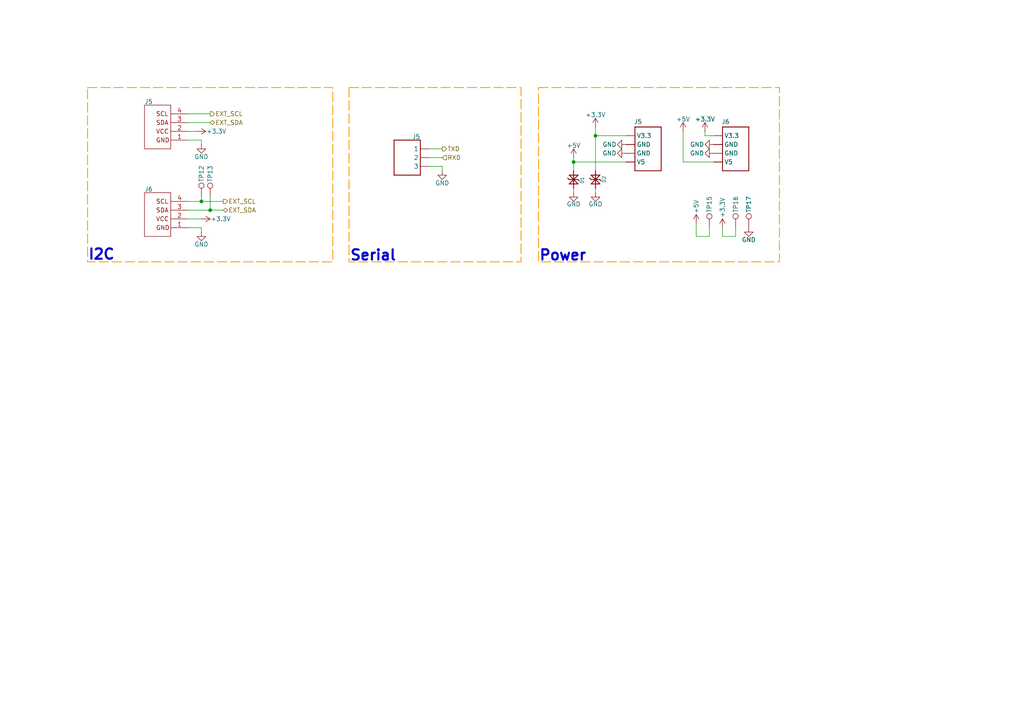
<source format=kicad_sch>
(kicad_sch (version 20250114) (generator "eeschema") (generator_version "9.0")
  (paper "A4")
  (title_block (title "Environment Module") (date "<<release-date>>") (rev "<<tag>>") (comment 1 "<<hash>>"))
  (lib_symbols
    (symbol "CRGM Connector:AQ_POWER"
      (property "Reference" "J" (at 0 2.794 0))
      (symbol "AQ_POWER_1_0"
        (polyline (pts (xy 0 2.54) (xy 7.62 2.54)) (stroke (width 0.254)))
        (polyline (pts (xy 0 -10.16) (xy 0 2.54)) (stroke (width 0.254)))
        (polyline (pts (xy 7.62 2.54) (xy 7.62 -10.16)) (stroke (width 0.254)))
        (polyline (pts (xy 7.62 -10.16) (xy 0 -10.16)) (stroke (width 0.254)))
        (pin passive line (at -2.54 0 0) (length 2.54) (name "V3.3") (number "4"))
        (pin passive line (at -2.54 -2.54 0) (length 2.54) (name "GND") (number "3"))
        (pin passive line (at -2.54 -5.08 0) (length 2.54) (name "GND") (number "2"))
        (pin passive line (at -2.54 -7.62 0) (length 2.54) (name "V5") (number "1"))
      )
    )
    (symbol "CRGM Connector:JST-SH-3"
      (property "Reference" "J" (at 0 2.794 0))
      (symbol "JST-SH-3_1_0"
        (polyline (pts (xy 0 2.54) (xy 7.62 2.54)) (stroke (width 0.254)))
        (polyline (pts (xy 0 -7.62) (xy 0 2.54)) (stroke (width 0.254)))
        (polyline (pts (xy 7.62 2.54) (xy 7.62 -7.62)) (stroke (width 0.254)))
        (polyline (pts (xy 7.62 -7.62) (xy 0 -7.62)) (stroke (width 0.254)))
        (pin passive line (at -2.54 0 0) (length 2.54) (name "1") (number "1"))
        (pin passive line (at -2.54 -2.54 0) (length 2.54) (name "2") (number "2"))
        (pin passive line (at -2.54 -5.08 0) (length 2.54) (name "3") (number "3"))
      )
    )
    (symbol "CRGM Connector:QWIIC"
      (property "Reference" "J" (at 0 0.254 0))
      (symbol "QWIIC_0_1"
        (rectangle (start 0 0) (end 7.62 -12.7))
      )
      (symbol "QWIIC_1_0"
        (text "SCL" (at 3.302 -2.54 0) (effects (font (size 1.25 1.25)) (justify left)))
        (text "SDA" (at 3.302 -5.08 0) (effects (font (size 1.25 1.25)) (justify left)))
        (text "VCC" (at 3.302 -7.62 0) (effects (font (size 1.25 1.25)) (justify left)))
        (text "GND" (at 3.302 -10.16 0) (effects (font (size 1.25 1.25)) (justify left)))
        (pin passive line (at 12.7 -2.54 180) (length 5.08) (name "4") (number "4"))
        (pin passive line (at 12.7 -5.08 180) (length 5.08) (name "3") (number "3"))
        (pin power_in line (at 12.7 -7.62 180) (length 5.08) (name "2") (number "2"))
        (pin power_in line (at 12.7 -10.16 180) (length 5.08) (name "1") (number "1"))
      )
    )
    (symbol "CRGM Passive:PESD3V3S1BL"
      (property "Reference" "D" (at -1.524 1.524 0))
      (symbol "PESD3V3S1BL_1_0"
        (polyline (pts (xy -2.54 0) (xy 2.54 0)) (stroke (width 0.254)))
        (polyline (pts (xy -1.27 1.27) (xy -0.0101 0.0101)) (stroke (width 0.254)))
        (polyline (pts (xy -1.27 -1.27) (xy -1.27 1.27)) (stroke (width 0.254)))
        (polyline (pts (xy -0.3445 -1.6043) (xy -0.3573 -1.6043)) (stroke (width 0.254)))
        (polyline (pts (xy -0.0101 1.2955) (xy -0.0101 -1.27)) (stroke (width 0.254)))
        (polyline (pts (xy -0.0101 1.2955) (xy 0.3778 1.6835)) (stroke (width 0.254)))
        (polyline (pts (xy -0.0101 0.0101) (xy -0.0101 -0.0101)) (stroke (width 0.254)))
        (polyline (pts (xy -0.0101 -0.0101) (xy -1.27 -1.27)) (stroke (width 0.254)))
        (polyline (pts (xy -0.0101 -1.27) (xy -0.3445 -1.6043)) (stroke (width 0.254)))
        (polyline (pts (xy 0.0101 0.0101) (xy 0.0101 -0.0101)) (stroke (width 0.254)))
        (polyline (pts (xy 0.0101 -0.0101) (xy 1.27 -1.27)) (stroke (width 0.254)))
        (polyline (pts (xy 0.3778 1.6835) (xy 0.3981 1.6835)) (stroke (width 0.254)))
        (polyline (pts (xy 1.27 1.27) (xy 0.0101 0.0101)) (stroke (width 0.254)))
        (polyline (pts (xy 1.27 -1.27) (xy 1.27 1.27)) (stroke (width 0.254)))
        (pin passive line (at -2.54 0 0) (length 0) (name "K1") (number "1"))
        (pin passive line (at 2.54 0 180) (length 0) (name "K2") (number "2"))
      )
    )
    (symbol "CRGM Passive:PESD5V5C1BLYL"
      (property "Reference" "D" (at -1.524 1.524 0))
      (symbol "PESD5V5C1BLYL_1_0"
        (polyline (pts (xy -2.54 0) (xy 2.54 0)) (stroke (width 0.254)))
        (polyline (pts (xy -1.27 1.27) (xy -0.0101 0.0101)) (stroke (width 0.254)))
        (polyline (pts (xy -1.27 -1.27) (xy -1.27 1.27)) (stroke (width 0.254)))
        (polyline (pts (xy -0.3445 -1.6043) (xy -0.3573 -1.6043)) (stroke (width 0.254)))
        (polyline (pts (xy -0.0101 1.2955) (xy -0.0101 -1.27)) (stroke (width 0.254)))
        (polyline (pts (xy -0.0101 1.2955) (xy 0.3778 1.6835)) (stroke (width 0.254)))
        (polyline (pts (xy -0.0101 0.0101) (xy -0.0101 -0.0101)) (stroke (width 0.254)))
        (polyline (pts (xy -0.0101 -0.0101) (xy -1.27 -1.27)) (stroke (width 0.254)))
        (polyline (pts (xy -0.0101 -1.27) (xy -0.3445 -1.6043)) (stroke (width 0.254)))
        (polyline (pts (xy 0.0101 0.0101) (xy 0.0101 -0.0101)) (stroke (width 0.254)))
        (polyline (pts (xy 0.0101 -0.0101) (xy 1.27 -1.27)) (stroke (width 0.254)))
        (polyline (pts (xy 0.3778 1.6835) (xy 0.3981 1.6835)) (stroke (width 0.254)))
        (polyline (pts (xy 1.27 1.27) (xy 0.0101 0.0101)) (stroke (width 0.254)))
        (polyline (pts (xy 1.27 -1.27) (xy 1.27 1.27)) (stroke (width 0.254)))
        (pin passive line (at -2.54 0 0) (length 0) (name "K1") (number "1"))
        (pin passive line (at 2.54 0 180) (length 0) (name "K2") (number "2"))
      )
    )
    (symbol "Connector:TestPoint" (pin_numbers (hide yes)) (pin_names (offset 0.762) (hide yes))
      (property "Reference" "TP" (at 0 6.858 0))
      (property "Value" "TestPoint" (at 0 5.08 0))
      (symbol "TestPoint_0_1"
        (circle (center 0 3.302) (radius 0.762))
      )
      (symbol "TestPoint_1_1"
        (pin passive line (at 0 0 90) (length 2.54) (name "1") (number "1"))
      )
    )
    (symbol "power:+3.3V" (power) (pin_numbers (hide yes)) (pin_names (offset 0) (hide yes))
      (property "Value" "+3.3V" (at 0 3.556 0))
      (symbol "+3.3V_0_1"
        (polyline (pts (xy -0.762 1.27) (xy 0 2.54)))
        (polyline (pts (xy 0 2.54) (xy 0.762 1.27)))
        (polyline (pts (xy 0 0) (xy 0 2.54)))
      )
      (symbol "+3.3V_1_1"
        (pin power_in line (at 0 0 90) (length 0) (name "~") (number "1"))
      )
    )
    (symbol "power:+5V" (power) (pin_numbers (hide yes)) (pin_names (offset 0) (hide yes))
      (property "Value" "+5V" (at 0 3.556 0))
      (symbol "+5V_0_1"
        (polyline (pts (xy -0.762 1.27) (xy 0 2.54)))
        (polyline (pts (xy 0 2.54) (xy 0.762 1.27)))
        (polyline (pts (xy 0 0) (xy 0 2.54)))
      )
      (symbol "+5V_1_1"
        (pin power_in line (at 0 0 90) (length 0) (name "~") (number "1"))
      )
    )
    (symbol "power:GND" (power) (pin_numbers (hide yes)) (pin_names (offset 0) (hide yes))
      (property "Value" "GND" (at 0 -3.81 0))
      (symbol "GND_0_1"
        (polyline (pts (xy 0 0) (xy 0 -1.27) (xy 1.27 -1.27) (xy 0 -2.54) (xy -1.27 -1.27) (xy 0 -1.27)))
      )
      (symbol "GND_1_1"
        (pin power_in line (at 0 0 270) (length 0) (name "~") (number "1"))
      )
    )
  )
  (rectangle (start 101.22 25.4) (end 151.13 75.946) (stroke (width 0.254) (type dash) (color 255 153 0 1)))
  (rectangle (start 25.4 25.4) (end 96.52 75.946) (stroke (width 0.254) (type dash) (color 255 153 0 1)))
  (rectangle (start 156.21 25.4) (end 226.06 75.946) (stroke (width 0.254) (type dash) (color 255 153 0 1)))
  (text "I2C\n" (at 25.4 75.692 0) (effects (font (size 3 3) (thickness 0.6) (bold yes)) (justify left bottom)))
  (text "Serial" (at 101.346 75.946 0) (effects (font (size 3 3) (thickness 0.6) (bold yes)) (justify left bottom)))
  (text "Power" (at 156.21 75.946 0) (effects (font (size 3 3) (thickness 0.6) (bold yes)) (justify left bottom)))
  (junction (at 166.37 46.99))
  (junction (at 60.96 60.96))
  (junction (at 172.72 39.37))
  (junction (at 58.42 58.42))
  (wire (pts (xy 54.61 60.96) (xy 60.96 60.96)))
  (wire (pts (xy 54.61 66.04) (xy 58.42 66.04)))
  (wire (pts (xy 204.47 39.37) (xy 204.47 38.1)))
  (wire (pts (xy 172.72 55.88) (xy 172.72 54.61)))
  (wire (pts (xy 58.42 57.15) (xy 58.42 58.42)))
  (wire (pts (xy 166.37 54.61) (xy 166.37 55.88)))
  (wire (pts (xy 54.61 63.5) (xy 58.42 63.5)))
  (wire (pts (xy 201.93 68.58) (xy 201.93 64.77)))
  (wire (pts (xy 124.46 43.18) (xy 128.27 43.18)))
  (wire (pts (xy 172.72 39.37) (xy 172.72 36.83)))
  (wire (pts (xy 58.42 66.04) (xy 58.42 67.31)))
  (wire (pts (xy 58.42 40.64) (xy 58.42 41.91)))
  (wire (pts (xy 60.96 57.15) (xy 60.96 60.96)))
  (wire (pts (xy 54.61 40.64) (xy 58.42 40.64)))
  (wire (pts (xy 207.01 46.99) (xy 198.12 46.99)))
  (wire (pts (xy 166.37 45.72) (xy 166.37 46.99)))
  (wire (pts (xy 128.27 49.53) (xy 128.27 48.26)))
  (wire (pts (xy 124.46 45.72) (xy 128.27 45.72)))
  (wire (pts (xy 54.61 33.02) (xy 60.96 33.02)))
  (wire (pts (xy 213.36 68.58) (xy 209.55 68.58)))
  (wire (pts (xy 54.61 35.56) (xy 60.96 35.56)))
  (wire (pts (xy 198.12 46.99) (xy 198.12 38.1)))
  (wire (pts (xy 166.37 46.99) (xy 166.37 49.53)))
  (wire (pts (xy 166.37 46.99) (xy 181.61 46.99)))
  (wire (pts (xy 54.61 38.1) (xy 57.15 38.1)))
  (wire (pts (xy 54.61 58.42) (xy 58.42 58.42)))
  (wire (pts (xy 207.01 39.37) (xy 204.47 39.37)))
  (wire (pts (xy 60.96 60.96) (xy 64.77 60.96)))
  (wire (pts (xy 172.72 39.37) (xy 172.72 49.53)))
  (wire (pts (xy 213.36 66.04) (xy 213.36 68.58)))
  (wire (pts (xy 205.74 68.58) (xy 205.74 66.04)))
  (wire (pts (xy 172.72 39.37) (xy 181.61 39.37)))
  (wire (pts (xy 128.27 48.26) (xy 124.46 48.26)))
  (wire (pts (xy 209.55 66.04) (xy 209.55 68.58)))
  (wire (pts (xy 201.93 68.58) (xy 205.74 68.58)))
  (wire (pts (xy 58.42 58.42) (xy 64.77 58.42)))
  (hierarchical_label "EXT_SDA" (shape bidirectional) (at 64.77 60.96 0))
  (hierarchical_label "EXT_SCL" (shape output) (at 64.77 58.42 0))
  (hierarchical_label "EXT_SDA" (shape bidirectional) (at 60.96 35.56 0))
  (hierarchical_label "RXD" (shape input) (at 128.27 45.72 0))
  (hierarchical_label "EXT_SCL" (shape output) (at 60.96 33.02 0))
  (hierarchical_label "TXD" (shape output) (at 128.27 43.18 0))
  (symbol (lib_id "power:GND") (at 58.42 67.31 0) (unit 1)
    (property "Reference" "#PWR030" (effects (hide yes)))
    (property "Value" "GND" (at 58.42 70.866 0))
    (property "Description" "Power symbol creates a global label with name \"GND\" , ground" (effects (hide yes)))
    (instances (project "env-module" (path "" (reference "#PWR049") (unit 1))) (project "" (path "" (reference "#PWR030") (unit 1))))
  )
  (symbol (lib_id "Connector:TestPoint") (at 60.96 57.15 0) (unit 1) (in_bom no)
    (property "Reference" "TP14" (at 60.96 52.832 90) (effects (justify left)))
    (property "Footprint" "CRGM Mechanical:TestPoint_Pad_D1.0mm" (effects (hide yes)))
    (property "Description" "test point" (effects (hide yes)))
    (instances (project "env-module" (path "" (reference "TP13") (unit 1))) (project "" (path "" (reference "TP14") (unit 1))))
  )
  (symbol (lib_id "power:GND") (at 217.17 66.04 0) (unit 1)
    (property "Reference" "#PWR044" (effects (hide yes)))
    (property "Value" "GND" (at 217.17 68.834 0) (effects (justify top)))
    (property "Description" "Power symbol creates a global label with name \"GND\" , ground" (effects (hide yes)))
  )
  (symbol (lib_id "power:GND") (at 58.42 41.91 0) (unit 1)
    (property "Reference" "#PWR028" (effects (hide yes)))
    (property "Value" "GND" (at 58.42 45.466 0))
    (property "Description" "Power symbol creates a global label with name \"GND\" , ground" (effects (hide yes)))
    (instances (project "env-module" (path "" (reference "#PWR045") (unit 1))) (project "" (path "" (reference "#PWR028") (unit 1))))
  )
  (symbol (lib_id "power:+3.3V") (at 57.15 38.1 270) (unit 1)
    (property "Reference" "#PWR027" (effects (hide yes)))
    (property "Value" "+3.3V" (at 62.738 38.1 90))
    (property "Description" "Power symbol creates a global label with name \"+3.3V\"" (effects (hide yes)))
    (instances (project "env-module" (path "" (reference "#PWR041") (unit 1))) (project "" (path "" (reference "#PWR027") (unit 1))))
  )
  (symbol (lib_id "CRGM Passive:PESD3V3S1BL") (at 172.72 52.07 90) (unit 1)
    (property "Reference" "D2" (at 175.768 53.086 0) (effects (font (size 1 1) (thickness 0.125)) (justify left bottom)))
    (property "Value" "PESD3V3S1BL" (effects (hide yes)))
    (property "Footprint" "CRGM Passive:DFN1006-2" (effects (hide yes)))
    (property "Datasheet" "https://www.nexperia.com/product/PESD3V3S1BL" (effects (hide yes)))
    (property "Description" "PESD3V3S1BL - Low capacitance bidirectional ESD protection diode\nVrwm=3.3v\nSource: https://assets.nexperia.com/documents/data-sheet/PESD3V3S1BL.pdf  Datasheet\nJLCPCB - C552521  Alternate https://jlcpcb.com/partdetail/DiodesIncorporated-DESD3V3S1BL7B/C500765 DESD3V3S1BL\nJLCPCB - C500765\nhttps://jlcpcb.com/partdetail/Fuxinsemi-LESD8D33CAT5G/C5563754 LESD8D3.3CAT5G\nJLCPCB - C5563754" (effects (hide yes)))
    (property "LCSC" "C5563754" (effects (hide yes)))
    (property "Digikey" "1727-PESD3V3S1BLYLTR-ND" (effects (hide yes)))
    (property "Mouser" "621-DESD3V3S1BL-7B" (effects (hide yes)))
    (property "MN" "FUXINSEMI" (effects (hide yes)))
    (property "MPN" "LESD8D3.3CAT5G" (effects (hide yes)))
  )
  (symbol (lib_id "power:GND") (at 128.27 49.53 0) (unit 1)
    (property "Reference" "#PWR031" (effects (hide yes)))
    (property "Value" "GND" (at 128.27 53.086 0))
    (property "Description" "Power symbol creates a global label with name \"GND\" , ground" (effects (hide yes)))
    (instances (project "relay-module" (path "" (reference "#PWR023") (unit 1))) (project "" (path "" (reference "#PWR031") (unit 1))))
  )
  (symbol (lib_id "power:GND") (at 166.37 55.88 0) (unit 1)
    (property "Reference" "#PWR033" (effects (hide yes)))
    (property "Value" "GND" (at 166.37 59.182 0))
    (property "Description" "Power symbol creates a global label with name \"GND\" , ground" (effects (hide yes)))
  )
  (symbol (lib_id "power:GND") (at 207.01 44.45 270) (unit 1)
    (property "Reference" "#PWR042" (effects (hide yes)))
    (property "Value" "GND" (at 204.216 44.45 90) (effects (justify right)))
    (property "Description" "Power symbol creates a global label with name \"GND\" , ground" (effects (hide yes)))
  )
  (symbol (lib_id "power:GND") (at 172.72 55.88 0) (unit 1)
    (property "Reference" "#PWR035" (effects (hide yes)))
    (property "Value" "GND" (at 172.72 59.182 0))
    (property "Description" "Power symbol creates a global label with name \"GND\" , ground" (effects (hide yes)))
  )
  (symbol (lib_id "CRGM Passive:PESD5V5C1BLYL") (at 166.37 52.07 90) (unit 1)
    (property "Reference" "D1" (at 169.418 53.34 0) (effects (font (size 1 1) (thickness 0.125)) (justify left bottom)))
    (property "Value" "PESD5V5C1BL" (effects (hide yes)))
    (property "Footprint" "CRGM Passive:DFN1006-2" (effects (hide yes)))
    (property "Datasheet" "https://assets.nexperia.com/documents/data-sheet/PESD5V5C1BL.pdf" (effects (hide yes)))
    (property "Description" "TVS DIODE Vrwm=5.5v Vcl=5.4v Ippm=6.5A DFN10062" (effects (hide yes)))
    (property "LCSC" "C2827636" (effects (hide yes)))
    (property "Mouser" "771-PESD5V5C1BLYL" (effects (hide yes)))
    (property "Digikey" "1727-PESD5V5C1BLYLTR-ND" (effects (hide yes)))
    (property "MN" "TECH PUBLIC" (effects (hide yes)))
    (property "MPN" "TPSP3022-01ETG" (effects (hide yes)))
  )
  (symbol (lib_id "CRGM Connector:QWIIC") (at 41.91 55.88 0) (unit 1)
    (property "Reference" "J3" (at 41.91 55.626 0) (effects (font (thickness 0.1588)) (justify left bottom)))
    (property "Footprint" "CRGM Connector:JST_SH_SM04B-SRSS-TB_1x04-1MP_P1.00mm_Horizontal" (effects (hide yes)))
    (property "Datasheet" "https://www.jst-mfg.com/product/pdf/eng/eSH.pdf" (effects (hide yes)))
    (property "Description" "4 Position, 1mm pitch" (effects (hide yes)))
    (property "MN" "JST" (effects (hide yes)))
    (property "MPN" "SM04B-SRSS-TBT(LF)(SN)" (effects (hide yes)))
    (property "Mouser" "306-SM04BSRSSTBTLFSN" (effects (hide yes)))
    (property "Digikey" "455-SM04B-SRSS-TBTR-ND" (effects (hide yes)))
    (property "LCSC" "C2763614" (effects (hide yes)))
    (instances (project "env-module" (path "" (reference "J6") (unit 1))) (project "" (path "" (reference "J3") (unit 1))))
  )
  (symbol (lib_id "CRGM Connector:QWIIC") (at 41.91 30.48 0) (unit 1)
    (property "Reference" "J2" (at 41.91 30.226 0) (effects (font (thickness 0.1588)) (justify left bottom)))
    (property "Footprint" "CRGM Connector:JST_SH_SM04B-SRSS-TB_1x04-1MP_P1.00mm_Horizontal" (effects (hide yes)))
    (property "Datasheet" "https://www.jst-mfg.com/product/pdf/eng/eSH.pdf" (effects (hide yes)))
    (property "Description" "4 Position, 1mm pitch" (effects (hide yes)))
    (property "MN" "JST" (effects (hide yes)))
    (property "MPN" "SM04B-SRSS-TBT(LF)(SN)" (effects (hide yes)))
    (property "Mouser" "306-BM04BSRSSTBTLFSN" (effects (hide yes)))
    (property "Digikey" "455-BM04B-SRSS-TBTR-ND" (effects (hide yes)))
    (property "LCSC" "C2763614" (effects (hide yes)))
    (instances (project "env-module" (path "" (reference "J5") (unit 1))) (project "" (path "" (reference "J2") (unit 1))))
  )
  (symbol (lib_id "Connector:TestPoint") (at 205.74 66.04 0) (unit 1) (in_bom no)
    (property "Reference" "TP15" (at 205.74 61.722 90) (effects (justify left)))
    (property "Footprint" "CRGM Mechanical:TestPoint_Pad_D1.0mm" (effects (hide yes)))
    (property "Description" "test point" (effects (hide yes)))
  )
  (symbol (lib_id "power:+3.3V") (at 204.47 38.1 0) (unit 1)
    (property "Reference" "#PWR040" (effects (hide yes)))
    (property "Value" "+3.3V" (at 204.47 35.306 0) (effects (justify bottom)))
    (property "Description" "Power symbol creates a global label with name \"+3.3V\"" (effects (hide yes)))
  )
  (symbol (lib_id "power:+3.3V") (at 209.55 66.04 0) (unit 1)
    (property "Reference" "#PWR043" (effects (hide yes)))
    (property "Value" "+3.3V" (at 209.55 60.198 90))
    (property "Description" "Power symbol creates a global label with name \"+3.3V\"" (effects (hide yes)))
  )
  (symbol (lib_id "power:GND") (at 207.01 41.91 270) (unit 1)
    (property "Reference" "#PWR041" (effects (hide yes)))
    (property "Value" "GND" (at 204.216 41.91 90) (effects (justify right)))
    (property "Description" "Power symbol creates a global label with name \"GND\" , ground" (effects (hide yes)))
  )
  (symbol (lib_id "CRGM Connector:JST-SH-3") (at 121.92 43.18 0) (mirror y) (unit 1)
    (property "Reference" "J4" (at 121.92 40.386 0) (effects (font (thickness 0.1588)) (justify left bottom)))
    (property "Footprint" "CRGM Connector:JST_SH_BM03B-SRSS-TB_1x03-1MP_P1.00mm_Vertical" (effects (hide yes)))
    (property "Datasheet" "https://www.jst-mfg.com/product/pdf/eng/eSH.pdf" (effects (hide yes)))
    (property "Description" "JST SH 1.0mm 3 Position" (effects (hide yes)))
    (property "MN" "JST" (effects (hide yes)))
    (property "MPN" "BM04B-SRSS-TB" (effects (hide yes)))
    (property "Digikey" "455-BM04B-SRSS-TBTR-ND" (effects (hide yes)))
    (property "Mouser" "306-BM04BSRSSTBTLFSN" (effects (hide yes)))
    (property "LCSC" "C2919601" (effects (hide yes)))
    (instances (project "relay-module" (path "" (reference "J5") (unit 1))) (project "" (path "" (reference "J4") (unit 1))))
  )
  (symbol (lib_id "Connector:TestPoint") (at 213.36 66.04 0) (unit 1) (in_bom no)
    (property "Reference" "TP16" (at 213.36 61.722 90) (effects (justify left)))
    (property "Footprint" "CRGM Mechanical:TestPoint_Pad_D1.0mm" (effects (hide yes)))
    (property "Description" "test point" (effects (hide yes)))
  )
  (symbol (lib_id "CRGM Connector:AQ_POWER") (at 184.15 39.37 0) (unit 1)
    (property "Reference" "J5" (at 183.896 35.306 0) (effects (font (thickness 0.125)) (justify left)))
    (property "Footprint" "CRGM Connector:JST_SH_SM04B-SRSS-TB_1x04-1MP_P1.00mm_Horizontal" (effects (hide yes)))
    (property "Datasheet" "https://www.jst-mfg.com/product/pdf/eng/eSH.pdf" (effects (hide yes)))
    (property "Description" "4 Position, 1mm pitch" (effects (hide yes)))
    (property "MN" "JST" (effects (hide yes)))
    (property "MPN" "SM04B-SRSS-TBT(LF)(SN)" (effects (hide yes)))
    (property "LCSC" "C2763614" (effects (hide yes)))
    (property "Mouser" "306-SM04BSRSSTBTLFSN" (effects (hide yes)))
    (property "Digikey" "455-SM04B-SRSS-TBTR-ND" (effects (hide yes)))
  )
  (symbol (lib_id "power:+3.3V") (at 58.42 63.5 270) (unit 1)
    (property "Reference" "#PWR029" (effects (hide yes)))
    (property "Value" "+3.3V" (at 64.008 63.5 90))
    (property "Description" "Power symbol creates a global label with name \"+3.3V\"" (effects (hide yes)))
    (instances (project "env-module" (path "" (reference "#PWR042") (unit 1))) (project "" (path "" (reference "#PWR029") (unit 1))))
  )
  (symbol (lib_id "power:+3.3V") (at 172.72 36.83 0) (unit 1)
    (property "Reference" "#PWR034" (effects (hide yes)))
    (property "Value" "+3.3V" (at 172.72 34.036 0) (effects (justify bottom)))
    (property "Description" "Power symbol creates a global label with name \"+3.3V\"" (effects (hide yes)))
  )
  (symbol (lib_id "power:+5V") (at 201.93 64.77 0) (unit 1)
    (property "Reference" "#PWR039" (effects (hide yes)))
    (property "Value" "+5V" (at 201.93 61.976 90) (effects (justify left)))
    (property "Description" "Power symbol creates a global label with name \"+5V\"" (effects (hide yes)))
  )
  (symbol (lib_id "power:+5V") (at 166.37 45.72 0) (unit 1)
    (property "Reference" "#PWR032" (effects (hide yes)))
    (property "Value" "+5V" (at 166.37 42.926 0) (effects (justify bottom)))
    (property "Description" "Power symbol creates a global label with name \"+5V\"" (effects (hide yes)))
  )
  (symbol (lib_id "power:+5V") (at 198.12 38.1 0) (unit 1)
    (property "Reference" "#PWR038" (effects (hide yes)))
    (property "Value" "+5V" (at 198.12 35.306 0) (effects (justify bottom)))
    (property "Description" "Power symbol creates a global label with name \"+5V\"" (effects (hide yes)))
  )
  (symbol (lib_id "Connector:TestPoint") (at 58.42 57.15 0) (unit 1) (in_bom no)
    (property "Reference" "TP13" (at 58.42 52.832 90) (effects (justify left)))
    (property "Footprint" "CRGM Mechanical:TestPoint_Pad_D1.0mm" (effects (hide yes)))
    (property "Description" "test point" (effects (hide yes)))
    (instances (project "env-module" (path "" (reference "TP12") (unit 1))) (project "" (path "" (reference "TP13") (unit 1))))
  )
  (symbol (lib_id "power:GND") (at 181.61 44.45 270) (unit 1)
    (property "Reference" "#PWR037" (effects (hide yes)))
    (property "Value" "GND" (at 178.816 44.45 90) (effects (justify right)))
    (property "Description" "Power symbol creates a global label with name \"GND\" , ground" (effects (hide yes)))
  )
  (symbol (lib_id "CRGM Connector:AQ_POWER") (at 209.55 39.37 0) (unit 1)
    (property "Reference" "J6" (at 209.296 35.306 0) (effects (font (thickness 0.125)) (justify left)))
    (property "Footprint" "CRGM Connector:JST_SH_SM04B-SRSS-TB_1x04-1MP_P1.00mm_Horizontal" (effects (hide yes)))
    (property "Datasheet" "https://www.jst-mfg.com/product/pdf/eng/eSH.pdf" (effects (hide yes)))
    (property "Description" "4 Position, 1mm pitch" (effects (hide yes)))
    (property "MN" "JST" (effects (hide yes)))
    (property "MPN" "SM04B-SRSS-TBT(LF)(SN)" (effects (hide yes)))
    (property "LCSC" "C2763614" (effects (hide yes)))
    (property "Mouser" "306-SM04BSRSSTBTLFSN" (effects (hide yes)))
    (property "Digikey" "455-SM04B-SRSS-TBTR-ND" (effects (hide yes)))
  )
  (symbol (lib_id "Connector:TestPoint") (at 217.17 66.04 0) (unit 1) (in_bom no)
    (property "Reference" "TP17" (at 217.17 61.722 90) (effects (justify left)))
    (property "Footprint" "CRGM Mechanical:TestPoint_Pad_D1.0mm" (effects (hide yes)))
    (property "Description" "test point" (effects (hide yes)))
  )
  (symbol (lib_id "power:GND") (at 181.61 41.91 270) (unit 1)
    (property "Reference" "#PWR036" (effects (hide yes)))
    (property "Value" "GND" (at 178.816 41.91 90) (effects (justify right)))
    (property "Description" "Power symbol creates a global label with name \"GND\" , ground" (effects (hide yes)))
  )
)
</source>
